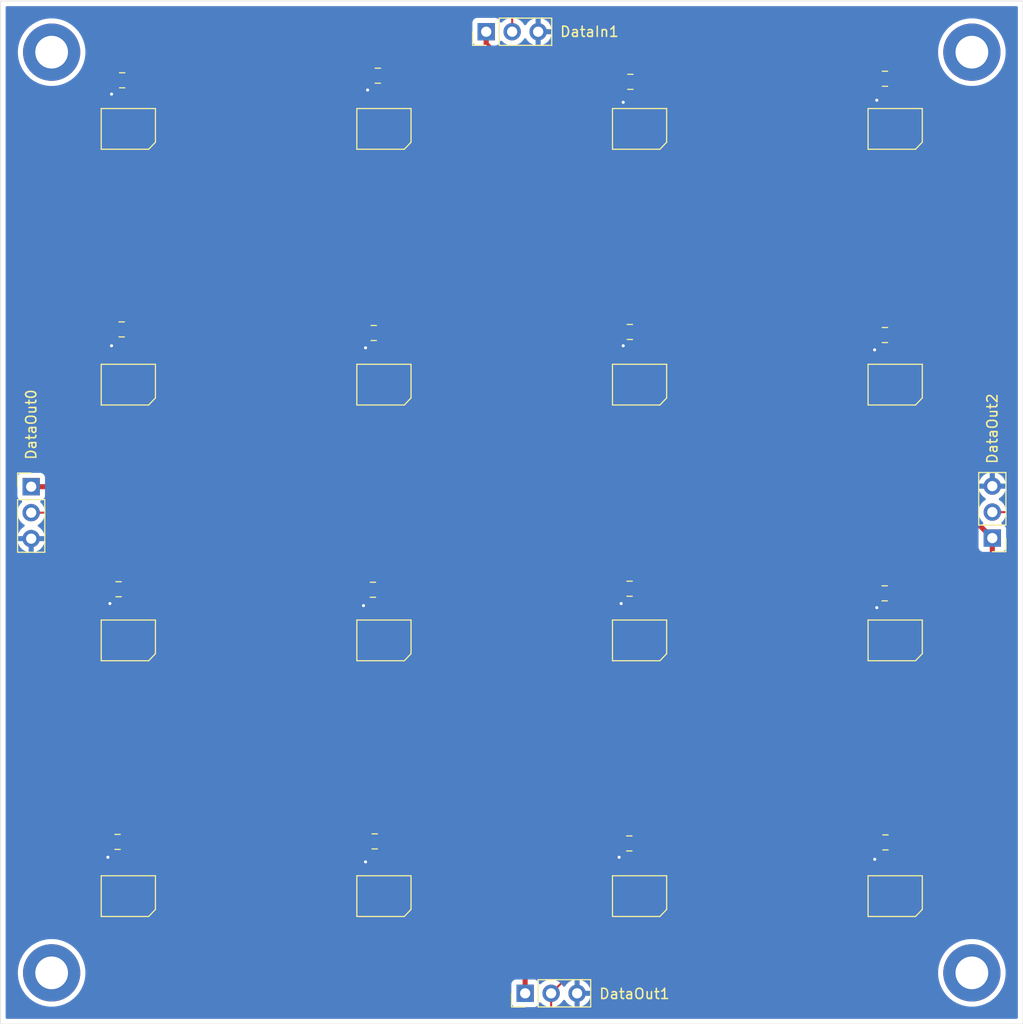
<source format=kicad_pcb>
(kicad_pcb (version 20241229) (generator "pcbnew") (generator_version "9.0")
  (layers (0 "F.Cu" signal) (2 "B.Cu" signal) (13 "F.Paste" user) (15 "B.Paste" user) (5 "F.SilkS" user "F.Silkscreen") (7 "B.SilkS" user "B.Silkscreen") (1 "F.Mask" user) (3 "B.Mask" user) (25 "Edge.Cuts" user))
  (net 0 "")
  (net 1 "Net-(D1-DOUT)")
  (net 2 "GND")
  (net 3 "Net-(D3-DOUT)")
  (net 4 "Net-(D4-DOUT)")
  (net 5 "Net-(D5-DOUT)")
  (net 6 "Net-(D6-DOUT)")
  (net 7 "VDD")
  (net 8 "Net-(D2-DOUT)")
  (net 9 "Net-(D7-DOUT)")
  (net 10 "Net-(D8-DOUT)")
  (net 11 "Net-(D10-DIN)")
  (net 12 "Net-(D10-DOUT)")
  (net 13 "Net-(D11-DOUT)")
  (net 14 "Net-(D12-DOUT)")
  (net 15 "Net-(D13-DOUT)")
  (net 16 "Net-(D14-DOUT)")
  (net 17 "Net-(D15-DOUT)")
  (net 18 "DOUT")
  (net 19 "DIN")
  (footprint "MountingHole:MountingHole_3.2mm_M3_DIN965_Pad" (layer "F.Cu") (at 112.3 112.1)
    (property "Reference" "H4" (hide yes))
    (property "Value" "MountingHole" (hide yes))
    (pad "1" thru_hole circle (at 0 0) (size 5.6 5.6) (drill 3.2) (layers "*.Cu" "*.Mask"))
  )
  (footprint "Capacitor_SMD:C_0805_2012Metric" (layer "F.Cu") (at 103.85 99.35)
    (property "Reference" "C16" (hide yes))
    (property "Value" "C1590" (hide yes))
    (pad "1" smd roundrect (at -0.95 0) (size 1 1.45) (layers "F.Cu" "F.Mask" "F.Paste") (net 2 "GND"))
    (pad "2" smd roundrect (at 0.95 0) (size 1 1.45) (layers "F.Cu" "F.Mask" "F.Paste") (net 7 "VDD"))
  )
  (footprint "Capacitor_SMD:C_0805_2012Metric" (layer "F.Cu") (at 78.825 74.55)
    (property "Reference" "C11" (hide yes))
    (property "Value" "C1590" (hide yes))
    (pad "1" smd roundrect (at -0.95 0) (size 1 1.45) (layers "F.Cu" "F.Mask" "F.Paste") (net 2 "GND"))
    (pad "2" smd roundrect (at 0.95 0) (size 1 1.45) (layers "F.Cu" "F.Mask" "F.Paste") (net 7 "VDD"))
  )
  (footprint "Capacitor_SMD:C_0805_2012Metric" (layer "F.Cu") (at 103.775 75)
    (property "Reference" "C12" (hide yes))
    (property "Value" "C1590" (hide yes))
    (pad "1" smd roundrect (at -0.95 0) (size 1 1.45) (layers "F.Cu" "F.Mask" "F.Paste") (net 2 "GND"))
    (pad "2" smd roundrect (at 0.95 0) (size 1 1.45) (layers "F.Cu" "F.Mask" "F.Paste") (net 7 "VDD"))
  )
  (footprint "Capacitor_SMD:C_0805_2012Metric" (layer "F.Cu") (at 78.85 49.45)
    (property "Reference" "C7" (hide yes))
    (property "Value" "C1590" (hide yes))
    (pad "1" smd roundrect (at -0.95 0) (size 1 1.45) (layers "F.Cu" "F.Mask" "F.Paste") (net 2 "GND"))
    (pad "2" smd roundrect (at 0.95 0) (size 1 1.45) (layers "F.Cu" "F.Mask" "F.Paste") (net 7 "VDD"))
  )
  (footprint "Capacitor_SMD:C_0805_2012Metric" (layer "F.Cu") (at 78.9 25)
    (property "Reference" "C3" (hide yes))
    (property "Value" "C1590" (hide yes))
    (pad "1" smd roundrect (at -0.95 0) (size 1 1.45) (layers "F.Cu" "F.Mask" "F.Paste") (net 2 "GND"))
    (pad "2" smd roundrect (at 0.95 0) (size 1 1.45) (layers "F.Cu" "F.Mask" "F.Paste") (net 7 "VDD"))
  )
  (footprint "LED_SMD:LED_WS2812B-Mini_PLCC4_3.5x3.5mm" (layer "F.Cu") (at 79.8 104.6)
    (property "Reference" "D15" (hide yes))
    (property "Value" "C527089" (hide yes))
    (pad "1" smd roundrect (at -1.64 -0.89) (size 1.5 0.8) (layers "F.Cu" "F.Mask" "F.Paste") (net 2 "GND"))
    (pad "2" smd roundrect (at -1.64 0.89) (size 1.5 0.8) (layers "F.Cu" "F.Mask" "F.Paste") (net 16 "Net-(D14-DOUT)"))
    (pad "3" smd roundrect (at 1.64 0.89) (size 1.5 0.8) (layers "F.Cu" "F.Mask" "F.Paste") (net 7 "VDD"))
    (pad "4" smd roundrect (at 1.64 -0.89) (size 1.5 0.8) (layers "F.Cu" "F.Mask" "F.Paste") (net 17 "Net-(D15-DOUT)"))
  )
  (footprint "Capacitor_SMD:C_0805_2012Metric" (layer "F.Cu") (at 54.2 24.4)
    (property "Reference" "C2" (hide yes))
    (property "Value" "C1590" (hide yes))
    (pad "1" smd roundrect (at -0.95 0) (size 1 1.45) (layers "F.Cu" "F.Mask" "F.Paste") (net 2 "GND"))
    (pad "2" smd roundrect (at 0.95 0) (size 1 1.45) (layers "F.Cu" "F.Mask" "F.Paste") (net 7 "VDD"))
  )
  (footprint "Capacitor_SMD:C_0805_2012Metric" (layer "F.Cu") (at 28.75 99.3)
    (property "Reference" "C13" (hide yes))
    (property "Value" "C1590" (hide yes))
    (pad "1" smd roundrect (at -0.95 0) (size 1 1.45) (layers "F.Cu" "F.Mask" "F.Paste") (net 2 "GND"))
    (pad "2" smd roundrect (at 0.95 0) (size 1 1.45) (layers "F.Cu" "F.Mask" "F.Paste") (net 7 "VDD"))
  )
  (footprint "LED_SMD:LED_WS2812B-Mini_PLCC4_3.5x3.5mm" (layer "F.Cu") (at 29.8 54.6)
    (property "Reference" "D5" (hide yes))
    (property "Value" "C527089" (hide yes))
    (pad "1" smd roundrect (at -1.64 -0.89) (size 1.5 0.8) (layers "F.Cu" "F.Mask" "F.Paste") (net 2 "GND"))
    (pad "2" smd roundrect (at -1.64 0.89) (size 1.5 0.8) (layers "F.Cu" "F.Mask" "F.Paste") (net 4 "Net-(D4-DOUT)"))
    (pad "3" smd roundrect (at 1.64 0.89) (size 1.5 0.8) (layers "F.Cu" "F.Mask" "F.Paste") (net 7 "VDD"))
    (pad "4" smd roundrect (at 1.64 -0.89) (size 1.5 0.8) (layers "F.Cu" "F.Mask" "F.Paste") (net 5 "Net-(D5-DOUT)"))
  )
  (footprint "LED_SMD:LED_WS2812B-Mini_PLCC4_3.5x3.5mm" (layer "F.Cu") (at 29.8 79.6)
    (property "Reference" "D9" (hide yes))
    (property "Value" "C527089" (hide yes))
    (pad "1" smd roundrect (at -1.64 -0.89) (size 1.5 0.8) (layers "F.Cu" "F.Mask" "F.Paste") (net 2 "GND"))
    (pad "2" smd roundrect (at -1.64 0.89) (size 1.5 0.8) (layers "F.Cu" "F.Mask" "F.Paste") (net 10 "Net-(D8-DOUT)"))
    (pad "3" smd roundrect (at 1.64 0.89) (size 1.5 0.8) (layers "F.Cu" "F.Mask" "F.Paste") (net 7 "VDD"))
    (pad "4" smd roundrect (at 1.64 -0.89) (size 1.5 0.8) (layers "F.Cu" "F.Mask" "F.Paste") (net 11 "Net-(D10-DIN)"))
  )
  (footprint "Capacitor_SMD:C_0805_2012Metric" (layer "F.Cu") (at 78.8 99.45)
    (property "Reference" "C15" (hide yes))
    (property "Value" "C1590" (hide yes))
    (pad "1" smd roundrect (at -0.95 0) (size 1 1.45) (layers "F.Cu" "F.Mask" "F.Paste") (net 2 "GND"))
    (pad "2" smd roundrect (at 0.95 0) (size 1 1.45) (layers "F.Cu" "F.Mask" "F.Paste") (net 7 "VDD"))
  )
  (footprint "Capacitor_SMD:C_0805_2012Metric" (layer "F.Cu") (at 53.725 74.65)
    (property "Reference" "C10" (hide yes))
    (property "Value" "C1590" (hide yes))
    (pad "1" smd roundrect (at -0.95 0) (size 1 1.45) (layers "F.Cu" "F.Mask" "F.Paste") (net 2 "GND"))
    (pad "2" smd roundrect (at 0.95 0) (size 1 1.45) (layers "F.Cu" "F.Mask" "F.Paste") (net 7 "VDD"))
  )
  (footprint "MountingHole:MountingHole_3.2mm_M3_DIN965_Pad" (layer "F.Cu") (at 22.3 112.1)
    (property "Reference" "H3" (hide yes))
    (property "Value" "MountingHole" (hide yes))
    (pad "1" thru_hole circle (at 0 0) (size 5.6 5.6) (drill 3.2) (layers "*.Cu" "*.Mask"))
  )
  (footprint "LED_SMD:LED_WS2812B-Mini_PLCC4_3.5x3.5mm" (layer "F.Cu") (at 29.8 29.6)
    (property "Reference" "D1" (hide yes))
    (property "Value" "C527089" (hide yes))
    (pad "1" smd roundrect (at -1.64 -0.89) (size 1.5 0.8) (layers "F.Cu" "F.Mask" "F.Paste") (net 2 "GND"))
    (pad "2" smd roundrect (at -1.64 0.89) (size 1.5 0.8) (layers "F.Cu" "F.Mask" "F.Paste") (net 19 "DIN"))
    (pad "3" smd roundrect (at 1.64 0.89) (size 1.5 0.8) (layers "F.Cu" "F.Mask" "F.Paste") (net 7 "VDD"))
    (pad "4" smd roundrect (at 1.64 -0.89) (size 1.5 0.8) (layers "F.Cu" "F.Mask" "F.Paste") (net 1 "Net-(D1-DOUT)"))
  )
  (footprint "Capacitor_SMD:C_0805_2012Metric" (layer "F.Cu") (at 53.9 99.25)
    (property "Reference" "C14" (hide yes))
    (property "Value" "C1590" (hide yes))
    (pad "1" smd roundrect (at -0.95 0) (size 1 1.45) (layers "F.Cu" "F.Mask" "F.Paste") (net 2 "GND"))
    (pad "2" smd roundrect (at 0.95 0) (size 1 1.45) (layers "F.Cu" "F.Mask" "F.Paste") (net 7 "VDD"))
  )
  (footprint "Capacitor_SMD:C_0805_2012Metric" (layer "F.Cu") (at 28.85 74.6)
    (property "Reference" "C9" (hide yes))
    (property "Value" "C1590" (hide yes))
    (pad "1" smd roundrect (at -0.95 0) (size 1 1.45) (layers "F.Cu" "F.Mask" "F.Paste") (net 2 "GND"))
    (pad "2" smd roundrect (at 0.95 0) (size 1 1.45) (layers "F.Cu" "F.Mask" "F.Paste") (net 7 "VDD"))
  )
  (footprint "Capacitor_SMD:C_0805_2012Metric" (layer "F.Cu") (at 29.2 24.85)
    (property "Reference" "C1" (hide yes))
    (property "Value" "C1590" (hide yes))
    (pad "1" smd roundrect (at -0.95 0) (size 1 1.45) (layers "F.Cu" "F.Mask" "F.Paste") (net 2 "GND"))
    (pad "2" smd roundrect (at 0.95 0) (size 1 1.45) (layers "F.Cu" "F.Mask" "F.Paste") (net 7 "VDD"))
  )
  (footprint "LED_SMD:LED_WS2812B-Mini_PLCC4_3.5x3.5mm" (layer "F.Cu") (at 104.8 29.6)
    (property "Reference" "D4" (hide yes))
    (property "Value" "C527089" (hide yes))
    (pad "1" smd roundrect (at -1.64 -0.89) (size 1.5 0.8) (layers "F.Cu" "F.Mask" "F.Paste") (net 2 "GND"))
    (pad "2" smd roundrect (at -1.64 0.89) (size 1.5 0.8) (layers "F.Cu" "F.Mask" "F.Paste") (net 3 "Net-(D3-DOUT)"))
    (pad "3" smd roundrect (at 1.64 0.89) (size 1.5 0.8) (layers "F.Cu" "F.Mask" "F.Paste") (net 7 "VDD"))
    (pad "4" smd roundrect (at 1.64 -0.89) (size 1.5 0.8) (layers "F.Cu" "F.Mask" "F.Paste") (net 4 "Net-(D4-DOUT)"))
  )
  (footprint "Capacitor_SMD:C_0805_2012Metric" (layer "F.Cu") (at 103.8 49.75)
    (property "Reference" "C8" (hide yes))
    (property "Value" "C1590" (hide yes))
    (pad "1" smd roundrect (at -0.95 0) (size 1 1.45) (layers "F.Cu" "F.Mask" "F.Paste") (net 2 "GND"))
    (pad "2" smd roundrect (at 0.95 0) (size 1 1.45) (layers "F.Cu" "F.Mask" "F.Paste") (net 7 "VDD"))
  )
  (footprint "LED_SMD:LED_WS2812B-Mini_PLCC4_3.5x3.5mm" (layer "F.Cu") (at 104.8 54.6)
    (property "Reference" "D8" (hide yes))
    (property "Value" "C527089" (hide yes))
    (pad "1" smd roundrect (at -1.64 -0.89) (size 1.5 0.8) (layers "F.Cu" "F.Mask" "F.Paste") (net 2 "GND"))
    (pad "2" smd roundrect (at -1.64 0.89) (size 1.5 0.8) (layers "F.Cu" "F.Mask" "F.Paste") (net 9 "Net-(D7-DOUT)"))
    (pad "3" smd roundrect (at 1.64 0.89) (size 1.5 0.8) (layers "F.Cu" "F.Mask" "F.Paste") (net 7 "VDD"))
    (pad "4" smd roundrect (at 1.64 -0.89) (size 1.5 0.8) (layers "F.Cu" "F.Mask" "F.Paste") (net 10 "Net-(D8-DOUT)"))
  )
  (footprint "LED_SMD:LED_WS2812B-Mini_PLCC4_3.5x3.5mm" (layer "F.Cu") (at 79.8 29.6)
    (property "Reference" "D3" (hide yes))
    (property "Value" "C527089" (hide yes))
    (pad "1" smd roundrect (at -1.64 -0.89) (size 1.5 0.8) (layers "F.Cu" "F.Mask" "F.Paste") (net 2 "GND"))
    (pad "2" smd roundrect (at -1.64 0.89) (size 1.5 0.8) (layers "F.Cu" "F.Mask" "F.Paste") (net 8 "Net-(D2-DOUT)"))
    (pad "3" smd roundrect (at 1.64 0.89) (size 1.5 0.8) (layers "F.Cu" "F.Mask" "F.Paste") (net 7 "VDD"))
    (pad "4" smd roundrect (at 1.64 -0.89) (size 1.5 0.8) (layers "F.Cu" "F.Mask" "F.Paste") (net 3 "Net-(D3-DOUT)"))
  )
  (footprint "LED_SMD:LED_WS2812B-Mini_PLCC4_3.5x3.5mm" (layer "F.Cu") (at 54.8 79.6)
    (property "Reference" "D10" (hide yes))
    (property "Value" "C527089" (hide yes))
    (pad "1" smd roundrect (at -1.64 -0.89) (size 1.5 0.8) (layers "F.Cu" "F.Mask" "F.Paste") (net 2 "GND"))
    (pad "2" smd roundrect (at -1.64 0.89) (size 1.5 0.8) (layers "F.Cu" "F.Mask" "F.Paste") (net 11 "Net-(D10-DIN)"))
    (pad "3" smd roundrect (at 1.64 0.89) (size 1.5 0.8) (layers "F.Cu" "F.Mask" "F.Paste") (net 7 "VDD"))
    (pad "4" smd roundrect (at 1.64 -0.89) (size 1.5 0.8) (layers "F.Cu" "F.Mask" "F.Paste") (net 12 "Net-(D10-DOUT)"))
  )
  (footprint "Capacitor_SMD:C_0805_2012Metric" (layer "F.Cu") (at 53.8 49.55)
    (property "Reference" "C6" (hide yes))
    (property "Value" "C1590" (hide yes))
    (pad "1" smd roundrect (at -0.95 0) (size 1 1.45) (layers "F.Cu" "F.Mask" "F.Paste") (net 2 "GND"))
    (pad "2" smd roundrect (at 0.95 0) (size 1 1.45) (layers "F.Cu" "F.Mask" "F.Paste") (net 7 "VDD"))
  )
  (footprint "Connector_PinHeader_2.54mm:PinHeader_1x03_P2.54mm_Vertical" (layer "F.Cu") (at 114.3 69.6 180)
    (property "Reference" "DataOut2" (at 0 10.7 90) (layer "F.SilkS"))
    (property "Value" "Conn_01x03_Pin" (hide yes))
    (pad "1" thru_hole rect (at 0 0 180) (size 1.7 1.7) (drill 1) (layers "*.Cu" "*.Mask") (net 7 "VDD"))
    (pad "2" thru_hole oval (at 0 2.54 180) (size 1.7 1.7) (drill 1) (layers "*.Cu" "*.Mask") (net 18 "DOUT"))
    (pad "3" thru_hole oval (at 0 5.08 180) (size 1.7 1.7) (drill 1) (layers "*.Cu" "*.Mask") (net 2 "GND"))
  )
  (footprint "LED_SMD:LED_WS2812B-Mini_PLCC4_3.5x3.5mm" (layer "F.Cu") (at 79.8 79.6)
    (property "Reference" "D11" (hide yes))
    (property "Value" "C527089" (hide yes))
    (pad "1" smd roundrect (at -1.64 -0.89) (size 1.5 0.8) (layers "F.Cu" "F.Mask" "F.Paste") (net 2 "GND"))
    (pad "2" smd roundrect (at -1.64 0.89) (size 1.5 0.8) (layers "F.Cu" "F.Mask" "F.Paste") (net 12 "Net-(D10-DOUT)"))
    (pad "3" smd roundrect (at 1.64 0.89) (size 1.5 0.8) (layers "F.Cu" "F.Mask" "F.Paste") (net 7 "VDD"))
    (pad "4" smd roundrect (at 1.64 -0.89) (size 1.5 0.8) (layers "F.Cu" "F.Mask" "F.Paste") (net 13 "Net-(D11-DOUT)"))
  )
  (footprint "MountingHole:MountingHole_3.2mm_M3_DIN965_Pad" (layer "F.Cu") (at 112.3 22.1)
    (property "Reference" "H1" (hide yes))
    (property "Value" "MountingHole" (hide yes))
    (pad "1" thru_hole circle (at 0 0) (size 5.6 5.6) (drill 3.2) (layers "*.Cu" "*.Mask"))
  )
  (footprint "LED_SMD:LED_WS2812B-Mini_PLCC4_3.5x3.5mm" (layer "F.Cu") (at 29.8 104.6)
    (property "Reference" "D13" (hide yes))
    (property "Value" "C527089" (hide yes))
    (pad "1" smd roundrect (at -1.64 -0.89) (size 1.5 0.8) (layers "F.Cu" "F.Mask" "F.Paste") (net 2 "GND"))
    (pad "2" smd roundrect (at -1.64 0.89) (size 1.5 0.8) (layers "F.Cu" "F.Mask" "F.Paste") (net 14 "Net-(D12-DOUT)"))
    (pad "3" smd roundrect (at 1.64 0.89) (size 1.5 0.8) (layers "F.Cu" "F.Mask" "F.Paste") (net 7 "VDD"))
    (pad "4" smd roundrect (at 1.64 -0.89) (size 1.5 0.8) (layers "F.Cu" "F.Mask" "F.Paste") (net 15 "Net-(D13-DOUT)"))
  )
  (footprint "MountingHole:MountingHole_3.2mm_M3_DIN965_Pad" (layer "F.Cu") (at 22.3 22.1)
    (property "Reference" "H2" (hide yes))
    (property "Value" "MountingHole" (hide yes))
    (pad "1" thru_hole circle (at 0 0) (size 5.6 5.6) (drill 3.2) (layers "*.Cu" "*.Mask"))
  )
  (footprint "Capacitor_SMD:C_0805_2012Metric" (layer "F.Cu") (at 103.8 24.7)
    (property "Reference" "C4" (hide yes))
    (property "Value" "C1590" (hide yes))
    (pad "1" smd roundrect (at -0.95 0) (size 1 1.45) (layers "F.Cu" "F.Mask" "F.Paste") (net 2 "GND"))
    (pad "2" smd roundrect (at 0.95 0) (size 1 1.45) (layers "F.Cu" "F.Mask" "F.Paste") (net 7 "VDD"))
  )
  (footprint "LED_SMD:LED_WS2812B-Mini_PLCC4_3.5x3.5mm" (layer "F.Cu") (at 104.8 104.6)
    (property "Reference" "D16" (hide yes))
    (property "Value" "C527089" (hide yes))
    (pad "1" smd roundrect (at -1.64 -0.89) (size 1.5 0.8) (layers "F.Cu" "F.Mask" "F.Paste") (net 2 "GND"))
    (pad "2" smd roundrect (at -1.64 0.89) (size 1.5 0.8) (layers "F.Cu" "F.Mask" "F.Paste") (net 17 "Net-(D15-DOUT)"))
    (pad "3" smd roundrect (at 1.64 0.89) (size 1.5 0.8) (layers "F.Cu" "F.Mask" "F.Paste") (net 7 "VDD"))
    (pad "4" smd roundrect (at 1.64 -0.89) (size 1.5 0.8) (layers "F.Cu" "F.Mask" "F.Paste") (net 18 "DOUT"))
  )
  (footprint "LED_SMD:LED_WS2812B-Mini_PLCC4_3.5x3.5mm" (layer "F.Cu") (at 104.8 79.6)
    (property "Reference" "D12" (hide yes))
    (property "Value" "C527089" (hide yes))
    (pad "1" smd roundrect (at -1.64 -0.89) (size 1.5 0.8) (layers "F.Cu" "F.Mask" "F.Paste") (net 2 "GND"))
    (pad "2" smd roundrect (at -1.64 0.89) (size 1.5 0.8) (layers "F.Cu" "F.Mask" "F.Paste") (net 13 "Net-(D11-DOUT)"))
    (pad "3" smd roundrect (at 1.64 0.89) (size 1.5 0.8) (layers "F.Cu" "F.Mask" "F.Paste") (net 7 "VDD"))
    (pad "4" smd roundrect (at 1.64 -0.89) (size 1.5 0.8) (layers "F.Cu" "F.Mask" "F.Paste") (net 14 "Net-(D12-DOUT)"))
  )
  (footprint "LED_SMD:LED_WS2812B-Mini_PLCC4_3.5x3.5mm" (layer "F.Cu") (at 54.8 104.6)
    (property "Reference" "D14" (hide yes))
    (property "Value" "C527089" (hide yes))
    (pad "1" smd roundrect (at -1.64 -0.89) (size 1.5 0.8) (layers "F.Cu" "F.Mask" "F.Paste") (net 2 "GND"))
    (pad "2" smd roundrect (at -1.64 0.89) (size 1.5 0.8) (layers "F.Cu" "F.Mask" "F.Paste") (net 15 "Net-(D13-DOUT)"))
    (pad "3" smd roundrect (at 1.64 0.89) (size 1.5 0.8) (layers "F.Cu" "F.Mask" "F.Paste") (net 7 "VDD"))
    (pad "4" smd roundrect (at 1.64 -0.89) (size 1.5 0.8) (layers "F.Cu" "F.Mask" "F.Paste") (net 16 "Net-(D14-DOUT)"))
  )
  (footprint "Connector_PinHeader_2.54mm:PinHeader_1x03_P2.54mm_Vertical" (layer "F.Cu") (at 64.8 20.1 90)
    (property "Reference" "DataIn1" (at 0 10.1 180) (layer "F.SilkS"))
    (property "Value" "Conn_01x03_Pin" (hide yes))
    (pad "1" thru_hole rect (at 0 0 90) (size 1.7 1.7) (drill 1) (layers "*.Cu" "*.Mask") (net 7 "VDD"))
    (pad "2" thru_hole oval (at 0 2.54 90) (size 1.7 1.7) (drill 1) (layers "*.Cu" "*.Mask") (net 19 "DIN"))
    (pad "3" thru_hole oval (at 0 5.08 90) (size 1.7 1.7) (drill 1) (layers "*.Cu" "*.Mask") (net 2 "GND"))
  )
  (footprint "Connector_PinHeader_2.54mm:PinHeader_1x03_P2.54mm_Vertical" (layer "F.Cu") (at 20.3 64.575)
    (property "Reference" "DataOut0" (at 0 -6.075 90) (layer "F.SilkS"))
    (property "Value" "Conn_01x03_Pin" (hide yes))
    (pad "1" thru_hole rect (at 0 0) (size 1.7 1.7) (drill 1) (layers "*.Cu" "*.Mask") (net 7 "VDD"))
    (pad "2" thru_hole oval (at 0 2.54) (size 1.7 1.7) (drill 1) (layers "*.Cu" "*.Mask") (net 18 "DOUT"))
    (pad "3" thru_hole oval (at 0 5.08) (size 1.7 1.7) (drill 1) (layers "*.Cu" "*.Mask") (net 2 "GND"))
  )
  (footprint "LED_SMD:LED_WS2812B-Mini_PLCC4_3.5x3.5mm" (layer "F.Cu") (at 79.8 54.6)
    (property "Reference" "D7" (hide yes))
    (property "Value" "C527089" (hide yes))
    (pad "1" smd roundrect (at -1.64 -0.89) (size 1.5 0.8) (layers "F.Cu" "F.Mask" "F.Paste") (net 2 "GND"))
    (pad "2" smd roundrect (at -1.64 0.89) (size 1.5 0.8) (layers "F.Cu" "F.Mask" "F.Paste") (net 6 "Net-(D6-DOUT)"))
    (pad "3" smd roundrect (at 1.64 0.89) (size 1.5 0.8) (layers "F.Cu" "F.Mask" "F.Paste") (net 7 "VDD"))
    (pad "4" smd roundrect (at 1.64 -0.89) (size 1.5 0.8) (layers "F.Cu" "F.Mask" "F.Paste") (net 9 "Net-(D7-DOUT)"))
  )
  (footprint "LED_SMD:LED_WS2812B-Mini_PLCC4_3.5x3.5mm" (layer "F.Cu") (at 54.8 54.6)
    (property "Reference" "D6" (hide yes))
    (property "Value" "C527089" (hide yes))
    (pad "1" smd roundrect (at -1.64 -0.89) (size 1.5 0.8) (layers "F.Cu" "F.Mask" "F.Paste") (net 2 "GND"))
    (pad "2" smd roundrect (at -1.64 0.89) (size 1.5 0.8) (layers "F.Cu" "F.Mask" "F.Paste") (net 5 "Net-(D5-DOUT)"))
    (pad "3" smd roundrect (at 1.64 0.89) (size 1.5 0.8) (layers "F.Cu" "F.Mask" "F.Paste") (net 7 "VDD"))
    (pad "4" smd roundrect (at 1.64 -0.89) (size 1.5 0.8) (layers "F.Cu" "F.Mask" "F.Paste") (net 6 "Net-(D6-DOUT)"))
  )
  (footprint "LED_SMD:LED_WS2812B-Mini_PLCC4_3.5x3.5mm" (layer "F.Cu") (at 54.8 29.6)
    (property "Reference" "D2" (hide yes))
    (property "Value" "C527089" (hide yes))
    (pad "1" smd roundrect (at -1.64 -0.89) (size 1.5 0.8) (layers "F.Cu" "F.Mask" "F.Paste") (net 2 "GND"))
    (pad "2" smd roundrect (at -1.64 0.89) (size 1.5 0.8) (layers "F.Cu" "F.Mask" "F.Paste") (net 1 "Net-(D1-DOUT)"))
    (pad "3" smd roundrect (at 1.64 0.89) (size 1.5 0.8) (layers "F.Cu" "F.Mask" "F.Paste") (net 7 "VDD"))
    (pad "4" smd roundrect (at 1.64 -0.89) (size 1.5 0.8) (layers "F.Cu" "F.Mask" "F.Paste") (net 8 "Net-(D2-DOUT)"))
  )
  (footprint "Capacitor_SMD:C_0805_2012Metric" (layer "F.Cu") (at 29.15 49.2)
    (property "Reference" "C5" (hide yes))
    (property "Value" "C1590" (hide yes))
    (pad "1" smd roundrect (at -0.95 0) (size 1 1.45) (layers "F.Cu" "F.Mask" "F.Paste") (net 2 "GND"))
    (pad "2" smd roundrect (at 0.95 0) (size 1 1.45) (layers "F.Cu" "F.Mask" "F.Paste") (net 7 "VDD"))
  )
  (footprint "Connector_PinHeader_2.54mm:PinHeader_1x03_P2.54mm_Vertical" (layer "F.Cu") (at 68.61 114.1 90)
    (property "Reference" "DataOut1" (at -0.05 10.69 180) (layer "F.SilkS"))
    (property "Value" "Conn_01x03_Pin" (hide yes))
    (pad "1" thru_hole rect (at 0 0 90) (size 1.7 1.7) (drill 1) (layers "*.Cu" "*.Mask") (net 7 "VDD"))
    (pad "2" thru_hole oval (at 0 2.54 90) (size 1.7 1.7) (drill 1) (layers "*.Cu" "*.Mask") (net 18 "DOUT"))
    (pad "3" thru_hole oval (at 0 5.08 90) (size 1.7 1.7) (drill 1) (layers "*.Cu" "*.Mask") (net 2 "GND"))
  )
  (gr_rect (start 17.3 17.1) (end 117.3 117.1) (stroke (width 0.05)) (fill no) (layer "Edge.Cuts"))
  (segment (start 49.86 28.71) (end 51.64 30.49) (width 0.2) (layer "F.Cu") (net 1))
  (segment (start 51.64 30.49) (end 53.16 30.49) (width 0.2) (layer "F.Cu") (net 1))
  (segment (start 31.44 28.71) (end 49.86 28.71) (width 0.2) (layer "F.Cu") (net 1))
  (segment (start 102.8 103.35) (end 103.16 103.71) (width 0.5) (layer "F.Cu") (net 2))
  (segment (start 103 26.8) (end 103 24.85) (width 0.5) (layer "F.Cu") (net 2))
  (segment (start 78.2 27) (end 78.16 27.04) (width 0.5) (layer "F.Cu") (net 2))
  (segment (start 103 26.8) (end 103 28.55) (width 0.5) (layer "F.Cu") (net 2))
  (segment (start 103 24.85) (end 102.85 24.7) (width 0.5) (layer "F.Cu") (net 2))
  (segment (start 78 76) (end 78 78.55) (width 0.5) (layer "F.Cu") (net 2))
  (segment (start 78 74.675) (end 77.875 74.55) (width 0.5) (layer "F.Cu") (net 2))
  (segment (start 52.8 76.2) (end 52.8 78.35) (width 0.5) (layer "F.Cu") (net 2))
  (segment (start 102.7875 49.8125) (end 102.85 49.75) (width 0.5) (layer "F.Cu") (net 2))
  (segment (start 27.8 100.8) (end 27.8 99.3) (width 0.5) (layer "F.Cu") (net 2))
  (segment (start 78 76) (end 78 74.675) (width 0.5) (layer "F.Cu") (net 2))
  (segment (start 28.16 24.94) (end 28.25 24.85) (width 0.5) (layer "F.Cu") (net 2))
  (segment (start 53.16 25.84) (end 53.16 28.71) (width 0.5) (layer "F.Cu") (net 2))
  (segment (start 103 28.55) (end 103.16 28.71) (width 0.5) (layer "F.Cu") (net 2))
  (segment (start 103 76.4) (end 103 78.55) (width 0.5) (layer "F.Cu") (net 2))
  (segment (start 78.2 25.25) (end 77.95 25) (width 0.5) (layer "F.Cu") (net 2))
  (segment (start 53 101.25) (end 53 103.55) (width 0.5) (layer "F.Cu") (net 2))
  (segment (start 52.8 74.675) (end 52.775 74.65) (width 0.5) (layer "F.Cu") (net 2))
  (segment (start 77.8 99.5) (end 77.85 99.45) (width 0.5) (layer "F.Cu") (net 2))
  (segment (start 102.8 99.45) (end 102.9 99.35) (width 0.5) (layer "F.Cu") (net 2))
  (segment (start 28 76) (end 28 78.55) (width 0.5) (layer "F.Cu") (net 2))
  (segment (start 28 76) (end 28 74.7) (width 0.5) (layer "F.Cu") (net 2))
  (segment (start 52.8 76.2) (end 52.8 74.675) (width 0.5) (layer "F.Cu") (net 2))
  (segment (start 78 78.55) (end 78.16 78.71) (width 0.5) (layer "F.Cu") (net 2))
  (segment (start 53 53.55) (end 53.16 53.71) (width 0.5) (layer "F.Cu") (net 2))
  (segment (start 102.8 101) (end 102.8 99.45) (width 0.5) (layer "F.Cu") (net 2))
  (segment (start 53.2 24.45) (end 53.25 24.4) (width 0.5) (layer "F.Cu") (net 2))
  (segment (start 78.16 27.04) (end 78.16 28.71) (width 0.5) (layer "F.Cu") (net 2))
  (segment (start 78.2 27) (end 78.2 25.25) (width 0.5) (layer "F.Cu") (net 2))
  (segment (start 28.16 50.8) (end 28.16 49.24) (width 0.5) (layer "F.Cu") (net 2))
  (segment (start 28 74.7) (end 27.9 74.6) (width 0.5) (layer "F.Cu") (net 2))
  (segment (start 28.16 26.2) (end 28.16 24.94) (width 0.5) (layer "F.Cu") (net 2))
  (segment (start 28.16 50.8) (end 28.16 53.71) (width 0.5) (layer "F.Cu") (net 2))
  (segment (start 102.8 101) (end 102.8 103.35) (width 0.5) (layer "F.Cu") (net 2))
  (segment (start 78.16 50.84) (end 78.16 53.71) (width 0.5) (layer "F.Cu") (net 2))
  (segment (start 103 75.175) (end 102.825 75) (width 0.5) (layer "F.Cu") (net 2))
  (segment (start 103.16 51.5725) (end 103.16 53.71) (width 0.5) (layer "F.Cu") (net 2))
  (segment (start 103 76.4) (end 103 75.175) (width 0.5) (layer "F.Cu") (net 2))
  (segment (start 53 49.7) (end 52.85 49.55) (width 0.5) (layer "F.Cu") (net 2))
  (segment (start 28 78.55) (end 28.16 78.71) (width 0.5) (layer "F.Cu") (net 2))
  (segment (start 27.8 100.8) (end 27.8 103.35) (width 0.5) (layer "F.Cu") (net 2))
  (segment (start 53.2 25.8) (end 53.16 25.84) (width 0.5) (layer "F.Cu") (net 2))
  (segment (start 53 103.55) (end 53.16 103.71) (width 0.5) (layer "F.Cu") (net 2))
  (segment (start 77.8 100.8) (end 77.8 99.5) (width 0.5) (layer "F.Cu") (net 2))
  (segment (start 53 51) (end 53 53.55) (width 0.5) (layer "F.Cu") (net 2))
  (segment (start 53.2 25.8) (end 53.2 24.45) (width 0.5) (layer "F.Cu") (net 2))
  (segment (start 28.16 49.24) (end 28.2 49.2) (width 0.5) (layer "F.Cu") (net 2))
  (segment (start 53 101.25) (end 53 99.3) (width 0.5) (layer "F.Cu") (net 2))
  (segment (start 28.16 26.2) (end 28.16 28.71) (width 0.5) (layer "F.Cu") (net 2))
  (segment (start 102.7875 51.2) (end 103.16 51.5725) (width 0.5) (layer "F.Cu") (net 2))
  (segment (start 77.8 100.8) (end 77.8 103.35) (width 0.5) (layer "F.Cu") (net 2))
  (segment (start 52.8 78.35) (end 53.16 78.71) (width 0.5) (layer "F.Cu") (net 2))
  (segment (start 103 78.55) (end 103.16 78.71) (width 0.5) (layer "F.Cu") (net 2))
  (segment (start 77.8 103.35) (end 78.16 103.71) (width 0.5) (layer "F.Cu") (net 2))
  (segment (start 27.8 103.35) (end 28.16 103.71) (width 0.5) (layer "F.Cu") (net 2))
  (segment (start 53 51) (end 53 49.7) (width 0.5) (layer "F.Cu") (net 2))
  (segment (start 53 99.3) (end 52.95 99.25) (width 0.5) (layer "F.Cu") (net 2))
  (segment (start 102.7875 51.2) (end 102.7875 49.8125) (width 0.5) (layer "F.Cu") (net 2))
  (segment (start 78.2 50.8) (end 78.2 49.75) (width 0.5) (layer "F.Cu") (net 2))
  (segment (start 78.2 50.8) (end 78.16 50.84) (width 0.5) (layer "F.Cu") (net 2))
  (segment (start 78.2 49.75) (end 77.9 49.45) (width 0.5) (layer "F.Cu") (net 2))
  (via (at 102.7875 51.2) (size 0.6) (drill 0.3) (layers "F.Cu" "B.Cu") (net 2))
  (via (at 53 101.25) (size 0.6) (drill 0.3) (layers "F.Cu" "B.Cu") (net 2))
  (via (at 52.8 76.2) (size 0.6) (drill 0.3) (layers "F.Cu" "B.Cu") (net 2))
  (via (at 53.2 25.8) (size 0.6) (drill 0.3) (layers "F.Cu" "B.Cu") (net 2))
  (via (at 28.16 26.2) (size 0.6) (drill 0.3) (layers "F.Cu" "B.Cu") (net 2))
  (via (at 78 76) (size 0.6) (drill 0.3) (layers "F.Cu" "B.Cu") (net 2))
  (via (at 28.16 50.8) (size 0.6) (drill 0.3) (layers "F.Cu" "B.Cu") (net 2))
  (via (at 77.8 100.8) (size 0.6) (drill 0.3) (layers "F.Cu" "B.Cu") (net 2))
  (via (at 53 51) (size 0.6) (drill 0.3) (layers "F.Cu" "B.Cu") (net 2))
  (via (at 28 76) (size 0.6) (drill 0.3) (layers "F.Cu" "B.Cu") (net 2))
  (via (at 103 26.8) (size 0.6) (drill 0.3) (layers "F.Cu" "B.Cu") (net 2))
  (via (at 78.2 50.8) (size 0.6) (drill 0.3) (layers "F.Cu" "B.Cu") (net 2))
  (via (at 103 76.4) (size 0.6) (drill 0.3) (layers "F.Cu" "B.Cu") (net 2))
  (via (at 27.8 100.8) (size 0.6) (drill 0.3) (layers "F.Cu" "B.Cu") (net 2))
  (via (at 102.8 101) (size 0.6) (drill 0.3) (layers "F.Cu" "B.Cu") (net 2))
  (via (at 78.2 27) (size 0.6) (drill 0.3) (layers "F.Cu" "B.Cu") (net 2))
  (segment (start 101.64 30.49) (end 103.16 30.49) (width 0.2) (layer "F.Cu") (net 3))
  (segment (start 99.15 28) (end 101.64 30.49) (width 0.2) (layer "F.Cu") (net 3))
  (segment (start 81.44 28.71) (end 82.15 28) (width 0.2) (layer "F.Cu") (net 3))
  (segment (start 82.15 28) (end 99.15 28) (width 0.2) (layer "F.Cu") (net 3))
  (segment (start 106.44 28.71) (end 107.15 28) (width 0.2) (layer "F.Cu") (net 4))
  (segment (start 107.15 28) (end 107.9 28) (width 0.2) (layer "F.Cu") (net 4))
  (segment (start 108.9 30.3) (end 108.9 37.6) (width 0.2) (layer "F.Cu") (net 4))
  (segment (start 23.3 47.4) (end 23.3 52.5) (width 0.2) (layer "F.Cu") (net 4))
  (segment (start 28.4 42.3) (end 23.3 47.4) (width 0.2) (layer "F.Cu") (net 4))
  (segment (start 104.2 42.3) (end 28.4 42.3) (width 0.2) (layer "F.Cu") (net 4))
  (segment (start 107.9 28) (end 108.9 29) (width 0.2) (layer "F.Cu") (net 4))
  (segment (start 108.9 37.6) (end 104.2 42.3) (width 0.2) (layer "F.Cu") (net 4))
  (segment (start 108.9 29) (end 108.9 30.3) (width 0.2) (layer "F.Cu") (net 4))
  (segment (start 28.16 55.49) (end 26.29 55.49) (width 0.2) (layer "F.Cu") (net 4))
  (segment (start 26.29 55.49) (end 23.3 52.5) (width 0.2) (layer "F.Cu") (net 4))
  (segment (start 31.65 53.5) (end 49.65 53.5) (width 0.2) (layer "F.Cu") (net 5))
  (segment (start 31.44 53.71) (end 31.65 53.5) (width 0.2) (layer "F.Cu") (net 5))
  (segment (start 51.64 55.49) (end 53.16 55.49) (width 0.2) (layer "F.Cu") (net 5))
  (segment (start 49.65 53.5) (end 51.64 55.49) (width 0.2) (layer "F.Cu") (net 5))
  (segment (start 56.44 53.71) (end 57.15 53) (width 0.2) (layer "F.Cu") (net 6))
  (segment (start 57.15 53) (end 74.15 53) (width 0.2) (layer "F.Cu") (net 6))
  (segment (start 76.64 55.49) (end 78.16 55.49) (width 0.2) (layer "F.Cu") (net 6))
  (segment (start 74.15 53) (end 76.64 55.49) (width 0.2) (layer "F.Cu") (net 6))
  (segment (start 80.325 49.45) (end 79.8 49.975) (width 0.5) (layer "F.Cu") (net 7))
  (segment (start 102.4 22.4) (end 104.7 24.7) (width 0.5) (layer "F.Cu") (net 7))
  (segment (start 70.45 108.8) (end 78.13 108.8) (width 0.5) (layer "F.Cu") (net 7))
  (segment (start 31.44 55.49) (end 22.355 64.575) (width 0.5) (layer "F.Cu") (net 7))
  (segment (start 111.081 44.994) (end 110.825 45.25) (width 0.5) (layer "F.Cu") (net 7))
  (segment (start 106.25 26.2) (end 107.85 26.2) (width 0.5) (layer "F.Cu") (net 7))
  (segment (start 104.75 24.7) (end 106.25 26.2) (width 0.5) (layer "F.Cu") (net 7))
  (segment (start 30.64 30.49) (end 31.44 30.49) (width 0.5) (layer "F.Cu") (net 7))
  (segment (start 80.69 105.49) (end 81.44 105.49) (width 0.5) (layer "F.Cu") (net 7))
  (segment (start 83.225 96.5) (end 80.275 99.45) (width 0.5) (layer "F.Cu") (net 7))
  (segment (start 80.325 49.45) (end 77.475 46.6) (width 0.5) (layer "F.Cu") (net 7))
  (segment (start 54.491 79.291) (end 55.69 80.49) (width 0.5) (layer "F.Cu") (net 7))
  (segment (start 80.275 99.45) (end 79.8 99.925) (width 0.5) (layer "F.Cu") (net 7))
  (segment (start 54.8 24.975) (end 54.8 29.6) (width 0.5) (layer "F.Cu") (net 7))
  (segment (start 105.25 75) (end 102.25 72) (width 0.5) (layer "F.Cu") (net 7))
  (segment (start 58.1 71.75) (end 55.2 74.65) (width 0.5) (layer "F.Cu") (net 7))
  (segment (start 30.69 80.49) (end 31.44 80.49) (width 0.5) (layer "F.Cu") (net 7))
  (segment (start 55.69 30.49) (end 56.44 30.49) (width 0.5) (layer "F.Cu") (net 7))
  (segment (start 111.081 44.994) (end 111.081 66.381) (width 0.5) (layer "F.Cu") (net 7))
  (segment (start 104.675 79.475) (end 105.69 80.49) (width 0.5) (layer "F.Cu") (net 7))
  (segment (start 29.75 79.55) (end 30.69 80.49) (width 0.5) (layer "F.Cu") (net 7))
  (segment (start 111.081 66.381) (end 111.081 66.919) (width 0.5) (layer "F.Cu") (net 7))
  (segment (start 30 49.525) (end 30 54.8) (width 0.5) (layer "F.Cu") (net 7))
  (segment (start 80.325 49.45) (end 83.025 46.75) (width 0.5) (layer "F.Cu") (net 7))
  (segment (start 79.8 54.809) (end 80.481 55.49) (width 0.5) (layer "F.Cu") (net 7))
  (segment (start 65.9 22.4) (end 58.275 22.4) (width 0.5) (layer "F.Cu") (net 7))
  (segment (start 80.3 74.55) (end 77.5 71.75) (width 0.5) (layer "F.Cu") (net 7))
  (segment (start 33.175 71.75) (end 30.325 74.6) (width 0.5) (layer "F.Cu") (net 7))
  (segment (start 79.491 79.291) (end 80.69 80.49) (width 0.5) (layer "F.Cu") (net 7))
  (segment (start 79.8 49.975) (end 79.8 54.809) (width 0.5) (layer "F.Cu") (net 7))
  (segment (start 106.04 105.49) (end 106.44 105.49) (width 0.5) (layer "F.Cu") (net 7))
  (segment (start 83.025 46.75) (end 102.55 46.75) (width 0.5) (layer "F.Cu") (net 7))
  (segment (start 104.75 104.2) (end 106.04 105.49) (width 0.5) (layer "F.Cu") (net 7))
  (segment (start 104.7 25.275) (end 104.7 29.7) (width 0.5) (layer "F.Cu") (net 7))
  (segment (start 109.25 45.25) (end 110.825 45.25) (width 0.5) (layer "F.Cu") (net 7))
  (segment (start 55.78 105.49) (end 56.44 105.49) (width 0.5) (layer "F.Cu") (net 7))
  (segment (start 77.325 96.5) (end 58.125 96.5) (width 0.5) (layer "F.Cu") (net 7))
  (segment (start 55.2 74.65) (end 52.3 71.75) (width 0.5) (layer "F.Cu") (net 7))
  (segment (start 107.773862 66.919) (end 105.25 69.442862) (width 0.5) (layer "F.Cu") (net 7))
  (segment (start 105.325 99.35) (end 102.475 96.5) (width 0.5) (layer "F.Cu") (net 7))
  (segment (start 52.275 46.55) (end 32.975 46.55) (width 0.5) (layer "F.Cu") (net 7))
  (segment (start 80.49 30.49) (end 81.44 30.49) (width 0.5) (layer "F.Cu") (net 7))
  (segment (start 77.5 71.75) (end 58.1 71.75) (width 0.5) (layer "F.Cu") (net 7))
  (segment (start 102.55 46.75) (end 104.75 48.95) (width 0.5) (layer "F.Cu") (net 7))
  (segment (start 79.8 29.8) (end 80.49 30.49) (width 0.5) (layer "F.Cu") (net 7))
  (segment (start 111.081 66.381) (end 114.3 69.6) (width 0.5) (layer "F.Cu") (net 7))
  (segment (start 52.3 71.75) (end 33.175 71.75) (width 0.5) (layer "F.Cu") (net 7))
  (segment (start 58.275 22.4) (end 57.375 22.4) (width 0.5) (layer "F.Cu") (net 7))
  (segment (start 57.375 22.4) (end 54.8 24.975) (width 0.5) (layer "F.Cu") (net 7))
  (segment (start 114.3 69.6) (end 114.3 90.375) (width 0.5) (layer "F.Cu") (net 7))
  (segment (start 55.275 49.55) (end 52.275 46.55) (width 0.5) (layer "F.Cu") (net 7))
  (segment (start 111.081 66.919) (end 107.773862 66.919) (width 0.5) (layer "F.Cu") (net 7))
  (segment (start 55.2 74.65) (end 54.491 75.359) (width 0.5) (layer "F.Cu") (net 7))
  (segment (start 82.85 72) (end 80.3 74.55) (width 0.5) (layer "F.Cu") (net 7))
  (segment (start 65.9 22.4) (end 80 22.4) (width 0.5) (layer "F.Cu") (net 7))
  (segment (start 29.6 25.4) (end 29.6 29.45) (width 0.5) (layer "F.Cu") (net 7))
  (segment (start 104.7 29.7) (end 105.49 30.49) (width 0.5) (layer "F.Cu") (net 7))
  (segment (start 112.1 43.975) (end 111.081 44.994) (width 0.5) (layer "F.Cu") (net 7))
  (segment (start 78.13 108.8) (end 81.44 105.49) (width 0.5) (layer "F.Cu") (net 7))
  (segment (start 30.69 55.49) (end 31.44 55.49) (width 0.5) (layer "F.Cu") (net 7))
  (segment (start 30.15 24.85) (end 29.6 25.4) (width 0.5) (layer "F.Cu") (net 7))
  (segment (start 58.225 46.6) (end 55.275 49.55) (width 0.5) (layer "F.Cu") (net 7))
  (segment (start 29.8 99.725) (end 29.8 104.75) (width 0.5) (layer "F.Cu") (net 7))
  (segment (start 29.6 29.45) (end 30.64 30.49) (width 0.5) (layer "F.Cu") (net 7))
  (segment (start 106.44 55.49) (end 105.49 55.49) (width 0.5) (layer "F.Cu") (net 7))
  (segment (start 55.375 99.25) (end 54.8 99.825) (width 0.5) (layer "F.Cu") (net 7))
  (segment (start 54.491 75.359) (end 54.491 79.291) (width 0.5) (layer "F.Cu") (net 7))
  (segment (start 105.49 55.49) (end 104.75 54.75) (width 0.5) (layer "F.Cu") (net 7))
  (segment (start 57.075 21.2) (end 33.875 21.2) (width 0.5) (layer "F.Cu") (net 7))
  (segment (start 54.8 54.6) (end 55.69 55.49) (width 0.5) (layer "F.Cu") (net 7))
  (segment (start 58.125 96.5) (end 55.375 99.25) (width 0.5) (layer "F.Cu") (net 7))
  (segment (start 33.025 96.5) (end 30.225 99.3) (width 0.5) (layer "F.Cu") (net 7))
  (segment (start 77.475 46.6) (end 58.225 46.6) (width 0.5) (layer "F.Cu") (net 7))
  (segment (start 79.8 104.6) (end 80.69 105.49) (width 0.5) (layer "F.Cu") (net 7))
  (segment (start 30.54 105.49) (end 31.44 105.49) (width 0.5) (layer "F.Cu") (net 7))
  (segment (start 30.325 74.6) (end 29.75 75.175) (width 0.5) (layer "F.Cu") (net 7))
  (segment (start 68.61 114.1) (end 68.61 110.64) (width 0.5) (layer "F.Cu") (net 7))
  (segment (start 55.375 99.25) (end 52.625 96.5) (width 0.5) (layer "F.Cu") (net 7))
  (segment (start 55.69 80.49) (end 56.44 80.49) (width 0.5) (layer "F.Cu") (net 7))
  (segment (start 54.8 29.6) (end 55.69 30.49) (width 0.5) (layer "F.Cu") (net 7))
  (segment (start 102.475 96.5) (end 83.225 96.5) (width 0.5) (layer "F.Cu") (net 7))
  (segment (start 68.61 110.64) (end 70.45 108.8) (width 0.5) (layer "F.Cu") (net 7))
  (segment (start 29.75 75.175) (end 29.75 79.55) (width 0.5) (layer "F.Cu") (net 7))
  (segment (start 114.3 90.375) (end 105.325 99.35) (width 0.5) (layer "F.Cu") (net 7))
  (segment (start 105.49 30.49) (end 106.44 30.49) (width 0.5) (layer "F.Cu") (net 7))
  (segment (start 33.875 21.2) (end 30.225 24.85) (width 0.5) (layer "F.Cu") (net 7))
  (segment (start 79.8 22.6) (end 79.8 29.8) (width 0.5) (layer "F.Cu") (net 7))
  (segment (start 54.8 50.025) (end 54.8 54.6) (width 0.5) (layer "F.Cu") (net 7))
  (segment (start 80 22.4) (end 79.8 22.6) (width 0.5) (layer "F.Cu") (net 7))
  (segment (start 104.75 99.925) (end 104.75 104.2) (width 0.5) (layer "F.Cu") (net 7))
  (segment (start 55.275 49.55) (end 54.8 50.025) (width 0.5) (layer "F.Cu") (net 7))
  (segment (start 105.25 75) (end 104.675 75.575) (width 0.5) (layer "F.Cu") (net 7))
  (segment (start 105.69 80.49) (end 106.44 80.49) (width 0.5) (layer "F.Cu") (net 7))
  (segment (start 29.8 104.75) (end 30.54 105.49) (width 0.5) (layer "F.Cu") (net 7))
  (segment (start 64.8 21.3) (end 65.9 22.4) (width 0.5) (layer "F.Cu") (net 7))
  (segment (start 104.75 54.75) (end 104.75 49.75) (width 0.5) (layer "F.Cu") (net 7))
  (segment (start 105.25 69.442862) (end 105.25 75) (width 0.5) (layer "F.Cu") (net 7))
  (segment (start 79.8 99.925) (end 79.8 104.6) (width 0.5) (layer "F.Cu") (net 7))
  (segment (start 58.275 22.4) (end 57.075 21.2) (width 0.5) (layer "F.Cu") (net 7))
  (segment (start 80.275 99.45) (end 77.325 96.5) (width 0.5) (layer "F.Cu") (net 7))
  (segment (start 52.625 96.5) (end 33.025 96.5) (width 0.5) (layer "F.Cu") (net 7))
  (segment (start 80 22.4) (end 102.4 22.4) (width 0.5) (layer "F.Cu") (net 7))
  (segment (start 80.3 74.55) (end 79.491 75.359) (width 0.5) (layer "F.Cu") (net 7))
  (segment (start 104.75 49.75) (end 109.25 45.25) (width 0.5) (layer "F.Cu") (net 7))
  (segment (start 54.8 99.825) (end 54.8 104.51) (width 0.5) (layer "F.Cu") (net 7))
  (segment (start 112.1 30.45) (end 112.1 43.975) (width 0.5) (layer "F.Cu") (net 7))
  (segment (start 22.355 64.575) (end 20.3 64.575) (width 0.5) (layer "F.Cu") (net 7))
  (segment (start 30 54.8) (end 30.69 55.49) (width 0.5) (layer "F.Cu") (net 7))
  (segment (start 107.85 26.2) (end 112.1 30.45) (width 0.5) (layer "F.Cu") (net 7))
  (segment (start 55.69 55.49) (end 56.44 55.49) (width 0.5) (layer "F.Cu") (net 7))
  (segment (start 54.8 104.51) (end 55.78 105.49) (width 0.5) (layer "F.Cu") (net 7))
  (segment (start 102.25 72) (end 82.85 72) (width 0.5) (layer "F.Cu") (net 7))
  (segment (start 32.975 46.55) (end 30 49.525) (width 0.5) (layer "F.Cu") (net 7))
  (segment (start 64.8 20.1) (end 64.8 21.3) (width 0.5) (layer "F.Cu") (net 7))
  (segment (start 104.75 48.95) (end 104.75 49.75) (width 0.5) (layer "F.Cu") (net 7))
  (segment (start 104.675 75.575) (end 104.675 79.475) (width 0.5) (layer "F.Cu") (net 7))
  (segment (start 80.481 55.49) (end 81.44 55.49) (width 0.5) (layer "F.Cu") (net 7))
  (segment (start 30.225 24.85) (end 30.15 24.85) (width 0.5) (layer "F.Cu") (net 7))
  (segment (start 105.325 99.35) (end 104.75 99.925) (width 0.5) (layer "F.Cu") (net 7))
  (segment (start 80.69 80.49) (end 81.44 80.49) (width 0.5) (layer "F.Cu") (net 7))
  (segment (start 30.225 99.3) (end 29.8 99.725) (width 0.5) (layer "F.Cu") (net 7))
  (segment (start 79.491 75.359) (end 79.491 79.291) (width 0.5) (layer "F.Cu") (net 7))
  (segment (start 57.15 28) (end 74.15 28) (width 0.2) (layer "F.Cu") (net 8))
  (segment (start 74.15 28) (end 76.64 30.49) (width 0.2) (layer "F.Cu") (net 8))
  (segment (start 76.64 30.49) (end 78.16 30.49) (width 0.2) (layer "F.Cu") (net 8))
  (segment (start 56.44 28.71) (end 57.15 28) (width 0.2) (layer "F.Cu") (net 8))
  (segment (start 81.65 53.5) (end 99.65 53.5) (width 0.2) (layer "F.Cu") (net 9))
  (segment (start 81.44 53.71) (end 81.65 53.5) (width 0.2) (layer "F.Cu") (net 9))
  (segment (start 101.64 55.49) (end 103.16 55.49) (width 0.2) (layer "F.Cu") (net 9))
  (segment (start 99.65 53.5) (end 101.64 55.49) (width 0.2) (layer "F.Cu") (net 9))
  (segment (start 32.5 68.1) (end 28.9 68.1) (width 0.2) (layer "F.Cu") (net 10))
  (segment (start 107.15 53) (end 108.3 53) (width 0.2) (layer "F.Cu") (net 10))
  (segment (start 25.39 80.49) (end 23.2 78.3) (width 0.2) (layer "F.Cu") (net 10))
  (segment (start 109.5 58.8) (end 100.2 68.1) (width 0.2) (layer "F.Cu") (net 10))
  (segment (start 109.6 54.3) (end 109.6 58.7) (width 0.2) (layer "F.Cu") (net 10))
  (segment (start 108.3 53) (end 109.6 54.3) (width 0.2) (layer "F.Cu") (net 10))
  (segment (start 100.2 68.1) (end 32.5 68.1) (width 0.2) (layer "F.Cu") (net 10))
  (segment (start 28.16 80.49) (end 25.39 80.49) (width 0.2) (layer "F.Cu") (net 10))
  (segment (start 23.2 73.8) (end 23.2 78.3) (width 0.2) (layer "F.Cu") (net 10))
  (segment (start 106.44 53.71) (end 107.15 53) (width 0.2) (layer "F.Cu") (net 10))
  (segment (start 109.6 58.7) (end 109.5 58.8) (width 0.2) (layer "F.Cu") (net 10))
  (segment (start 28.9 68.1) (end 23.2 73.8) (width 0.2) (layer "F.Cu") (net 10))
  (segment (start 31.65 78.5) (end 49.65 78.5) (width 0.2) (layer "F.Cu") (net 11))
  (segment (start 49.65 78.5) (end 51.64 80.49) (width 0.2) (layer "F.Cu") (net 11))
  (segment (start 31.44 78.71) (end 31.65 78.5) (width 0.2) (layer "F.Cu") (net 11))
  (segment (start 51.64 80.49) (end 53.16 80.49) (width 0.2) (layer "F.Cu") (net 11))
  (segment (start 76.64 80.49) (end 78.16 80.49) (width 0.2) (layer "F.Cu") (net 12))
  (segment (start 56.65 78.5) (end 74.65 78.5) (width 0.2) (layer "F.Cu") (net 12))
  (segment (start 56.44 78.71) (end 56.65 78.5) (width 0.2) (layer "F.Cu") (net 12))
  (segment (start 74.65 78.5) (end 76.64 80.49) (width 0.2) (layer "F.Cu") (net 12))
  (segment (start 81.44 78.71) (end 81.65 78.5) (width 0.2) (layer "F.Cu") (net 13))
  (segment (start 101.64 80.49) (end 103.16 80.49) (width 0.2) (layer "F.Cu") (net 13))
  (segment (start 99.65 78.5) (end 101.64 80.49) (width 0.2) (layer "F.Cu") (net 13))
  (segment (start 81.65 78.5) (end 99.65 78.5) (width 0.2) (layer "F.Cu") (net 13))
  (segment (start 28.16 105.49) (end 25.59 105.49) (width 0.2) (layer "F.Cu") (net 14))
  (segment (start 28.1 91) (end 22.2 96.9) (width 0.2) (layer "F.Cu") (net 14))
  (segment (start 108.4 78) (end 107.15 78) (width 0.2) (layer "F.Cu") (net 14))
  (segment (start 22.2 96.9) (end 22.2 102.1) (width 0.2) (layer "F.Cu") (net 14))
  (segment (start 110.6 82.9) (end 110.6 80.2) (width 0.2) (layer "F.Cu") (net 14))
  (segment (start 110.6 82.9) (end 102.5 91) (width 0.2) (layer "F.Cu") (net 14))
  (segment (start 25.59 105.49) (end 22.2 102.1) (width 0.2) (layer "F.Cu") (net 14))
  (segment (start 107.15 78) (end 106.44 78.71) (width 0.2) (layer "F.Cu") (net 14))
  (segment (start 110.6 80.2) (end 108.4 78) (width 0.2) (layer "F.Cu") (net 14))
  (segment (start 102.5 91) (end 28.1 91) (width 0.2) (layer "F.Cu") (net 14))
  (segment (start 31.65 103.5) (end 31.44 103.71) (width 0.2) (layer "F.Cu") (net 15))
  (segment (start 51.64 105.49) (end 49.65 103.5) (width 0.2) (layer "F.Cu") (net 15))
  (segment (start 53.16 105.49) (end 51.64 105.49) (width 0.2) (layer "F.Cu") (net 15))
  (segment (start 49.65 103.5) (end 31.65 103.5) (width 0.2) (layer "F.Cu") (net 15))
  (segment (start 76.64 105.49) (end 74.65 103.5) (width 0.2) (layer "F.Cu") (net 16))
  (segment (start 56.65 103.5) (end 56.44 103.71) (width 0.2) (layer "F.Cu") (net 16))
  (segment (start 74.65 103.5) (end 56.65 103.5) (width 0.2) (layer "F.Cu") (net 16))
  (segment (start 78.16 105.49) (end 76.64 105.49) (width 0.2) (layer "F.Cu") (net 16))
  (segment (start 81.65 103.5) (end 99.65 103.5) (width 0.2) (layer "F.Cu") (net 17))
  (segment (start 99.65 103.5) (end 101.64 105.49) (width 0.2) (layer "F.Cu") (net 17))
  (segment (start 81.44 103.71) (end 81.65 103.5) (width 0.2) (layer "F.Cu") (net 17))
  (segment (start 101.64 105.49) (end 103.16 105.49) (width 0.2) (layer "F.Cu") (net 17))
  (segment (start 19.5 102.75) (end 33 116.25) (width 0.2) (layer "F.Cu") (net 18))
  (segment (start 116.06 67.06) (end 114.3 67.06) (width 0.2) (layer "F.Cu") (net 18))
  (segment (start 23.5 68.25) (end 23.5 70.75) (width 0.2) (layer "F.Cu") (net 18))
  (segment (start 22.365 67.115) (end 23.5 68.25) (width 0.2) (layer "F.Cu") (net 18))
  (segment (start 70.5 116.25) (end 71.15 115.6) (width 0.2) (layer "F.Cu") (net 18))
  (segment (start 23.5 70.75) (end 19.5 74.75) (width 0.2) (layer "F.Cu") (net 18))
  (segment (start 112.35 105.15) (end 116.25 101.25) (width 0.2) (layer "F.Cu") (net 18))
  (segment (start 106.1 111.4) (end 112.35 105.15) (width 0.2) (layer "F.Cu") (net 18))
  (segment (start 71.15 114.1) (end 73.85 111.4) (width 0.2) (layer "F.Cu") (net 18))
  (segment (start 106.44 103.71) (end 110.91 103.71) (width 0.2) (layer "F.Cu") (net 18))
  (segment (start 73.85 111.4) (end 106.1 111.4) (width 0.2) (layer "F.Cu") (net 18))
  (segment (start 19.5 74.75) (end 19.5 102.75) (width 0.2) (layer "F.Cu") (net 18))
  (segment (start 116.25 101.25) (end 116.25 67.25) (width 0.2) (layer "F.Cu") (net 18))
  (segment (start 33 116.25) (end 70.5 116.25) (width 0.2) (layer "F.Cu") (net 18))
  (segment (start 71.15 115.6) (end 71.15 114.1) (width 0.2) (layer "F.Cu") (net 18))
  (segment (start 110.91 103.71) (end 112.35 105.15) (width 0.2) (layer "F.Cu") (net 18))
  (segment (start 20.3 67.115) (end 22.365 67.115) (width 0.2) (layer "F.Cu") (net 18))
  (segment (start 116.25 67.25) (end 116.06 67.06) (width 0.2) (layer "F.Cu") (net 18))
  (segment (start 67 18) (end 29.45 18) (width 0.2) (layer "F.Cu") (net 19))
  (segment (start 26.6 20.85) (end 26.6 22.65) (width 0.2) (layer "F.Cu") (net 19))
  (segment (start 26 23.25) (end 26 28.33) (width 0.2) (layer "F.Cu") (net 19))
  (segment (start 26.6 22.65) (end 26 23.25) (width 0.2) (layer "F.Cu") (net 19))
  (segment (start 67.34 18.34) (end 67 18) (width 0.2) (layer "F.Cu") (net 19))
  (segment (start 26 28.33) (end 28.16 30.49) (width 0.2) (layer "F.Cu") (net 19))
  (segment (start 67.34 20.1) (end 67.34 18.34) (width 0.2) (layer "F.Cu") (net 19))
  (segment (start 29.45 18) (end 26.6 20.85) (width 0.2) (layer "F.Cu") (net 19))
  (zone (net 2) (net_name "GND") (layer "B.Cu") (priority 1) (connect_pads (clearance 0.5)) (min_thickness 0.25) (fill yes (thermal_gap 0.5) (thermal_bridge_width 0.5))
    (polygon (pts (xy 17.25 17) (xy 117.25 17) (xy 117.25 117) (xy 17.25 117)))
  )
)
</source>
